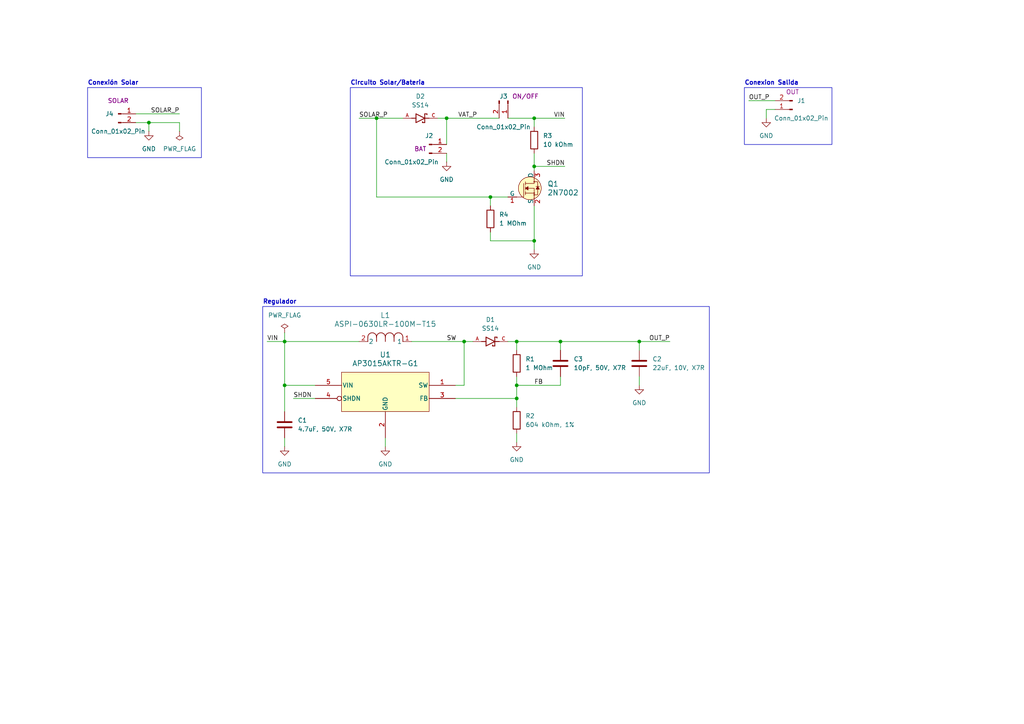
<source format=kicad_sch>
(kicad_sch (version 20250114) (generator "eeschema") (generator_version "9.0")
  (paper "A4")
  (title_block (title "Project 3 | Elektor's Solar Power Supply") (date "2025-05-19") (rev "1") (company "Ing. Andrés Chaparro"))
  (lib_symbols
    (symbol "AP3015AKTR-G1_1" (pin_names (offset 0.254))
      (property "Reference" "U" (at 20.32 7.874 0))
      (property "Value" "AP3015AKTR-G1" (at 20.574 5.334 0))
      (symbol "AP3015AKTR-G1_1_1_1"
        (rectangle (start 7.62 3.81) (end 33.02 -7.62) (fill (type color) (color 255 255 194 1)))
        (pin power_in line (at 0 0 0) (length 7.62) (name "VIN") (number "5"))
        (pin input inverted (at 0 -3.81 0) (length 7.62) (name "SHDN") (number "4"))
        (pin power_in line (at 20.32 -15.24 90) (length 7.62) (name "GND") (number "2"))
        (pin open_collector line (at 40.64 0 180) (length 7.62) (name "SW") (number "1"))
        (pin input line (at 40.64 -3.81 180) (length 7.62) (name "FB") (number "3"))
      )
    )
    (symbol "ASPI-0630LR-100M-T15_1" (pin_names (offset 0.254))
      (property "Reference" "L" (at 6.985 5.08 0))
      (property "Value" "ASPI-0630LR-100M-T15" (at 6.985 -2.54 0))
      (symbol "ASPI-0630LR-100M-T15_1_1_1"
        (polyline (pts (xy 2.54 0) (xy 2.54 1.27)) (stroke (width 0.2032)))
        (arc (start 2.54 1.27) (mid 3.81 2.5344) (end 5.08 1.27) (stroke (width 0.2032)))
        (polyline (pts (xy 5.08 0) (xy 5.08 1.27)) (stroke (width 0.2032)))
        (arc (start 5.08 1.27) (mid 6.35 2.5344) (end 7.62 1.27) (stroke (width 0.2032)))
        (polyline (pts (xy 7.62 0) (xy 7.62 1.27)) (stroke (width 0.2032)))
        (arc (start 7.62 1.27) (mid 8.89 2.5344) (end 10.16 1.27) (stroke (width 0.2032)))
        (polyline (pts (xy 10.16 0) (xy 10.16 1.27)) (stroke (width 0.2032)))
        (arc (start 10.16 1.27) (mid 11.43 2.5344) (end 12.7 1.27) (stroke (width 0.2032)))
        (polyline (pts (xy 12.7 0) (xy 12.7 1.27)) (stroke (width 0.2032)))
        (pin passive line (at 0 0 0) (length 2.54) (name "2") (number "2"))
        (pin passive line (at 15.24 0 180) (length 2.54) (name "1") (number "1"))
      )
      (symbol "ASPI-0630LR-100M-T15_1_1_2"
        (arc (start -1.27 10.16) (mid -2.5344 11.43) (end -1.27 12.7) (stroke (width 0.2032)))
        (arc (start -1.27 7.62) (mid -2.5344 8.89) (end -1.27 10.16) (stroke (width 0.2032)))
        (arc (start -1.27 5.08) (mid -2.5344 6.35) (end -1.27 7.62) (stroke (width 0.2032)))
        (arc (start -1.27 2.54) (mid -2.5344 3.81) (end -1.27 5.08) (stroke (width 0.2032)))
        (polyline (pts (xy 0 12.7) (xy -1.27 12.7)) (stroke (width 0.2032)))
        (polyline (pts (xy 0 10.16) (xy -1.27 10.16)) (stroke (width 0.2032)))
        (polyline (pts (xy 0 7.62) (xy -1.27 7.62)) (stroke (width 0.2032)))
        (polyline (pts (xy 0 5.08) (xy -1.27 5.08)) (stroke (width 0.2032)))
        (polyline (pts (xy 0 2.54) (xy -1.27 2.54)) (stroke (width 0.2032)))
        (pin unspecified line (at 0 15.24 270) (length 2.54) (name "1") (number "1"))
        (pin unspecified line (at 0 0 90) (length 2.54) (name "2") (number "2"))
      )
    )
    (symbol "Connector:Conn_01x02_Pin" (pin_names (offset 1.016) (hide yes))
      (property "Reference" "J" (at 0 2.54 0))
      (property "Value" "Conn_01x02_Pin" (at 0 -5.08 0))
      (symbol "Conn_01x02_Pin_1_1"
        (rectangle (start 0.8636 0.127) (end 0 -0.127) (stroke (width 0.1524)) (fill (type outline)))
        (rectangle (start 0.8636 -2.413) (end 0 -2.667) (stroke (width 0.1524)) (fill (type outline)))
        (polyline (pts (xy 1.27 0) (xy 0.8636 0)) (stroke (width 0.1524)))
        (polyline (pts (xy 1.27 -2.54) (xy 0.8636 -2.54)) (stroke (width 0.1524)))
        (pin passive line (at 5.08 0 180) (length 3.81) (name "Pin_1") (number "1"))
        (pin passive line (at 5.08 -2.54 180) (length 3.81) (name "Pin_2") (number "2"))
      )
    )
    (symbol "Device:C" (pin_numbers (hide yes)) (pin_names (offset 0.254))
      (property "Reference" "C" (at 0.635 2.54 0))
      (property "Value" "C" (at 0.635 -2.54 0))
      (symbol "C_0_1"
        (polyline (pts (xy -2.032 0.762) (xy 2.032 0.762)) (stroke (width 0.508)))
        (polyline (pts (xy -2.032 -0.762) (xy 2.032 -0.762)) (stroke (width 0.508)))
      )
      (symbol "C_1_1"
        (pin passive line (at 0 3.81 270) (length 2.794) (name "~") (number "1"))
        (pin passive line (at 0 -3.81 90) (length 2.794) (name "~") (number "2"))
      )
    )
    (symbol "Device:R" (pin_numbers (hide yes)) (pin_names (offset 0))
      (property "Reference" "R" (at 2.032 0 90))
      (property "Value" "R" (at 0 0 90))
      (symbol "R_0_1"
        (rectangle (start -1.016 -2.54) (end 1.016 2.54) (stroke (width 0.254)))
      )
      (symbol "R_1_1"
        (pin passive line (at 0 3.81 270) (length 1.27) (name "~") (number "1"))
        (pin passive line (at 0 -3.81 90) (length 1.27) (name "~") (number "2"))
      )
    )
    (symbol "SS14:SS14" (pin_names (offset 1.016))
      (property "Reference" "D" (at -5.08 2.54 0))
      (property "Value" "SS14" (at -5.08 -3.81 0))
      (symbol "SS14_0_0"
        (polyline (pts (xy -2.54 0) (xy -1.27 0)) (stroke (width 0.254)))
        (polyline (pts (xy -1.27 1.27) (xy -1.27 0)) (stroke (width 0.254)))
        (polyline (pts (xy -1.27 0) (xy -1.27 -1.27)) (stroke (width 0.254)))
        (polyline (pts (xy -1.27 -1.27) (xy 1.27 0)) (stroke (width 0.254)))
        (polyline (pts (xy 0.635 -1.016) (xy 0.635 -1.27)) (stroke (width 0.254)))
        (polyline (pts (xy 1.27 1.27) (xy 1.27 0)) (stroke (width 0.254)))
        (polyline (pts (xy 1.27 0) (xy -1.27 1.27)) (stroke (width 0.254)))
        (polyline (pts (xy 1.27 0) (xy 1.27 -1.27)) (stroke (width 0.254)))
        (polyline (pts (xy 1.27 -1.27) (xy 0.635 -1.27)) (stroke (width 0.254)))
        (polyline (pts (xy 1.905 1.27) (xy 1.27 1.27)) (stroke (width 0.254)))
        (polyline (pts (xy 1.905 1.27) (xy 1.905 1.016)) (stroke (width 0.254)))
        (polyline (pts (xy 2.54 0) (xy 1.27 0)) (stroke (width 0.254)))
        (pin passive line (at -5.08 0 0) (length 2.54) (name "~") (number "A"))
        (pin passive line (at 5.08 0 180) (length 2.54) (name "~") (number "C"))
      )
    )
    (symbol "dk_Transistors-FETs-MOSFETs-Single:2N7002" (pin_names (offset 0))
      (property "Reference" "Q" (at -2.6924 3.6322 0))
      (property "Value" "2N7002" (at 3.4544 0 90))
      (symbol "2N7002_0_1"
        (polyline (pts (xy -5.08 -2.54) (xy -3.048 -2.54) (xy -3.048 1.397)))
        (circle (center -1.27 0) (radius 3.302) (fill (type background)))
        (polyline (pts (xy -0.127 -1.905) (xy 1.016 -1.905) (xy 1.016 1.397) (xy 1.016 1.905) (xy -0.127 1.905)))
        (polyline (pts (xy 0 2.54) (xy 0 1.397) (xy -2.54 1.397)))
        (circle (center 0 1.905) (radius 0.127))
        (polyline (pts (xy 0 -1.397) (xy -2.54 -1.397)))
        (circle (center 0 -1.397) (radius 0.127))
        (circle (center 0 -1.905) (radius 0.127))
        (polyline (pts (xy 0 -2.54) (xy 0 0) (xy -2.54 0)))
      )
      (symbol "2N7002_1_1"
        (polyline (pts (xy -2.54 1.905) (xy -2.54 0.889)))
        (polyline (pts (xy -2.54 0) (xy -2.54 0.508)))
        (polyline (pts (xy -2.54 0) (xy -2.54 -0.508)))
        (polyline (pts (xy -2.54 0) (xy -1.778 0.508) (xy -1.778 -0.508) (xy -2.54 0)) (fill (type outline)))
        (polyline (pts (xy -2.54 -1.397) (xy -2.54 -0.889)))
        (polyline (pts (xy -2.54 -1.397) (xy -2.54 -1.905)))
        (polyline (pts (xy 1.016 0.508) (xy 0.508 -0.254) (xy 1.524 -0.254) (xy 1.016 0.508)) (fill (type outline)))
        (polyline (pts (xy 1.524 0.508) (xy 0.508 0.508)))
        (pin bidirectional line (at -7.62 -2.54 0) (length 2.54) (name "G") (number "1"))
        (pin bidirectional line (at 0 5.08 270) (length 2.54) (name "D") (number "3"))
        (pin bidirectional line (at 0 -5.08 90) (length 2.54) (name "S") (number "2"))
      )
    )
    (symbol "power:GND" (power) (pin_numbers (hide yes)) (pin_names (offset 0) (hide yes))
      (property "Value" "GND" (at 0 -3.81 0))
      (symbol "GND_0_1"
        (polyline (pts (xy 0 0) (xy 0 -1.27) (xy 1.27 -1.27) (xy 0 -2.54) (xy -1.27 -1.27) (xy 0 -1.27)))
      )
      (symbol "GND_1_1"
        (pin power_in line (at 0 0 270) (length 0) (name "~") (number "1"))
      )
    )
    (symbol "power:PWR_FLAG" (power) (pin_numbers (hide yes)) (pin_names (offset 0) (hide yes))
      (property "Value" "PWR_FLAG" (at 0 3.81 0))
      (symbol "PWR_FLAG_0_0"
        (pin power_out line (at 0 0 90) (length 0) (name "~") (number "1"))
      )
      (symbol "PWR_FLAG_0_1"
        (polyline (pts (xy 0 0) (xy 0 1.27) (xy -1.016 1.905) (xy 0 2.54) (xy 1.016 1.905) (xy 0 1.27)))
      )
    )
  )
  (rectangle (start 215.9 25.4) (end 241.3 41.91))
  (rectangle (start 25.4 25.4) (end 58.42 45.72))
  (rectangle (start 101.6 25.4) (end 168.91 80.01))
  (rectangle (start 76.2 88.9) (end 205.74 137.16))
  (text "Conexion Salida" (at 215.9 24.13 0) (effects (font (size 1.27 1.27) (thickness 0.254) (bold yes)) (justify left)))
  (text "Circuito Solar/Bateria" (at 101.6 24.13 0) (effects (font (size 1.27 1.27) (thickness 0.254) (bold yes)) (justify left)))
  (text "Conexión Solar" (at 25.4 24.13 0) (effects (font (size 1.27 1.27) (thickness 0.254) (bold yes)) (justify left)))
  (text "Regulador" (at 76.2 87.63 0) (effects (font (size 1.27 1.27) (thickness 0.254) (bold yes)) (justify left)))
  (junction (at 154.94 48.26))
  (junction (at 154.94 34.29))
  (junction (at 82.55 111.76))
  (junction (at 149.86 99.06))
  (junction (at 43.18 35.56))
  (junction (at 149.86 115.57))
  (junction (at 162.56 99.06))
  (junction (at 82.55 99.06))
  (junction (at 142.24 57.15))
  (junction (at 129.54 34.29))
  (junction (at 149.86 111.76))
  (junction (at 185.42 99.06))
  (junction (at 109.22 34.29))
  (junction (at 134.62 99.06))
  (junction (at 154.94 69.85))
  (wire (pts (xy 154.94 48.26) (xy 154.94 49.53)))
  (wire (pts (xy 149.86 109.22) (xy 149.86 111.76)))
  (wire (pts (xy 82.55 99.06) (xy 82.55 111.76)))
  (wire (pts (xy 154.94 44.45) (xy 154.94 48.26)))
  (wire (pts (xy 109.22 57.15) (xy 109.22 34.29)))
  (wire (pts (xy 162.56 109.22) (xy 162.56 111.76)))
  (wire (pts (xy 142.24 57.15) (xy 147.32 57.15)))
  (wire (pts (xy 39.37 35.56) (xy 43.18 35.56)))
  (wire (pts (xy 43.18 35.56) (xy 43.18 38.1)))
  (wire (pts (xy 185.42 99.06) (xy 162.56 99.06)))
  (wire (pts (xy 82.55 111.76) (xy 82.55 119.38)))
  (wire (pts (xy 43.18 35.56) (xy 52.07 35.56)))
  (wire (pts (xy 224.79 31.75) (xy 222.25 31.75)))
  (wire (pts (xy 185.42 99.06) (xy 185.42 101.6)))
  (wire (pts (xy 77.47 99.06) (xy 82.55 99.06)))
  (wire (pts (xy 134.62 111.76) (xy 134.62 99.06)))
  (wire (pts (xy 142.24 69.85) (xy 154.94 69.85)))
  (wire (pts (xy 147.32 34.29) (xy 154.94 34.29)))
  (wire (pts (xy 149.86 111.76) (xy 162.56 111.76)))
  (wire (pts (xy 149.86 115.57) (xy 149.86 118.11)))
  (wire (pts (xy 82.55 111.76) (xy 91.44 111.76)))
  (wire (pts (xy 119.38 99.06) (xy 134.62 99.06)))
  (wire (pts (xy 132.08 115.57) (xy 149.86 115.57)))
  (wire (pts (xy 127 34.29) (xy 129.54 34.29)))
  (wire (pts (xy 142.24 57.15) (xy 109.22 57.15)))
  (wire (pts (xy 149.86 125.73) (xy 149.86 128.27)))
  (wire (pts (xy 142.24 57.15) (xy 142.24 59.69)))
  (wire (pts (xy 162.56 99.06) (xy 162.56 101.6)))
  (wire (pts (xy 82.55 99.06) (xy 104.14 99.06)))
  (wire (pts (xy 154.94 59.69) (xy 154.94 69.85)))
  (wire (pts (xy 149.86 99.06) (xy 162.56 99.06)))
  (wire (pts (xy 52.07 35.56) (xy 52.07 38.1)))
  (wire (pts (xy 149.86 101.6) (xy 149.86 99.06)))
  (wire (pts (xy 142.24 67.31) (xy 142.24 69.85)))
  (wire (pts (xy 154.94 34.29) (xy 154.94 36.83)))
  (wire (pts (xy 149.86 111.76) (xy 149.86 115.57)))
  (wire (pts (xy 129.54 34.29) (xy 129.54 41.91)))
  (wire (pts (xy 82.55 96.52) (xy 82.55 99.06)))
  (wire (pts (xy 129.54 44.45) (xy 129.54 46.99)))
  (wire (pts (xy 185.42 109.22) (xy 185.42 111.76)))
  (wire (pts (xy 132.08 111.76) (xy 134.62 111.76)))
  (wire (pts (xy 163.83 48.26) (xy 154.94 48.26)))
  (wire (pts (xy 222.25 31.75) (xy 222.25 34.29)))
  (wire (pts (xy 154.94 69.85) (xy 154.94 72.39)))
  (wire (pts (xy 194.31 99.06) (xy 185.42 99.06)))
  (wire (pts (xy 39.37 33.02) (xy 52.07 33.02)))
  (wire (pts (xy 217.17 29.21) (xy 224.79 29.21)))
  (wire (pts (xy 104.14 34.29) (xy 109.22 34.29)))
  (wire (pts (xy 109.22 34.29) (xy 116.84 34.29)))
  (wire (pts (xy 82.55 127) (xy 82.55 129.54)))
  (wire (pts (xy 147.32 99.06) (xy 149.86 99.06)))
  (wire (pts (xy 134.62 99.06) (xy 137.16 99.06)))
  (wire (pts (xy 163.83 34.29) (xy 154.94 34.29)))
  (wire (pts (xy 129.54 34.29) (xy 144.78 34.29)))
  (wire (pts (xy 111.76 127) (xy 111.76 129.54)))
  (wire (pts (xy 85.09 115.57) (xy 91.44 115.57)))
  (label "SOLAR_P" (at 104.14 34.29 0))
  (label "SHDN" (at 85.09 115.57 0))
  (label "OUT_P" (at 194.31 99.06 180))
  (label "VAT_P" (at 138.43 34.29 180))
  (label "SHDN" (at 163.83 48.26 180))
  (label "OUT_P" (at 217.17 29.21 0))
  (label "FB" (at 154.94 111.76 0))
  (label "SOLAR_P" (at 52.07 33.02 180))
  (label "SW" (at 129.54 99.06 0))
  (label "VIN" (at 163.83 34.29 180))
  (label "VIN" (at 77.47 99.06 0))
  (symbol (lib_id "Device:R") (at 154.94 40.64 0) (unit 1)
    (property "Reference" "R3" (at 157.48 39.3699 0) (effects (justify left)))
    (property "Value" "10 kOhm" (at 157.48 41.9099 0) (effects (justify left)))
    (property "Footprint" "Resistor_SMD:R_0805_2012Metric" (effects (hide yes)))
    (property "Description" "Resistor" (effects (hide yes)))
  )
  (symbol (lib_id "power:PWR_FLAG") (at 52.07 38.1 180) (unit 1)
    (property "Reference" "#FLG01" (effects (hide yes)))
    (property "Value" "PWR_FLAG" (at 52.07 43.18 0))
    (property "Description" "Special symbol for telling ERC where power comes from" (effects (hide yes)))
  )
  (symbol (lib_id "Device:C") (at 82.55 123.19 0) (unit 1)
    (property "Reference" "C1" (at 86.36 121.9199 0) (effects (justify left)))
    (property "Value" "4.7uF, 50V, X7R" (at 86.36 124.4599 0) (effects (justify left)))
    (property "Footprint" "Capacitor_SMD:C_0805_2012Metric" (effects (hide yes)))
    (property "Description" "Unpolarized capacitor" (effects (hide yes)))
  )
  (symbol (lib_name "AP3015AKTR-G1_1") (lib_id "AP3015AKTR-G1:AP3015AKTR-G1") (at 91.44 111.76 0) (unit 1)
    (property "Reference" "U1" (at 111.76 102.87 0) (effects (font (size 1.524 1.524))))
    (property "Value" "AP3015AKTR-G1" (at 111.76 105.41 0) (effects (font (size 1.524 1.524))))
    (property "Footprint" "AP3015AKTR-G1:SOT23-5_1P55X2P9_DIO" (effects (hide yes)))
    (property "Datasheet" "AP3015AKTR-G1" (effects (hide yes)))
  )
  (symbol (lib_id "power:GND") (at 129.54 46.99 0) (unit 1)
    (property "Reference" "#PWR04" (effects (hide yes)))
    (property "Value" "GND" (at 129.54 52.07 0))
    (property "Description" "Power symbol creates a global label with name \"GND\" , ground" (effects (hide yes)))
  )
  (symbol (lib_id "power:PWR_FLAG") (at 82.55 96.52 0) (unit 1)
    (property "Reference" "#FLG02" (effects (hide yes)))
    (property "Value" "PWR_FLAG" (at 82.55 91.44 0))
    (property "Description" "Special symbol for telling ERC where power comes from" (effects (hide yes)))
  )
  (symbol (lib_id "Device:C") (at 185.42 105.41 0) (unit 1)
    (property "Reference" "C2" (at 189.23 104.1399 0) (effects (justify left)))
    (property "Value" "22uF, 10V, X7R" (at 189.23 106.6799 0) (effects (justify left)))
    (property "Footprint" "Capacitor_SMD:C_1206_3216Metric" (effects (hide yes)))
    (property "Description" "Unpolarized capacitor" (effects (hide yes)))
  )
  (symbol (lib_id "dk_Transistors-FETs-MOSFETs-Single:2N7002") (at 154.94 54.61 0) (unit 1)
    (property "Reference" "Q1" (at 158.75 53.3399 0) (effects (font (size 1.524 1.524)) (justify left)))
    (property "Value" "2N7002" (at 158.75 55.8799 0) (effects (font (size 1.524 1.524)) (justify left)))
    (property "Footprint" "digikey-footprints:SOT-23-3" (effects (hide yes)))
    (property "Datasheet" "https://www.onsemi.com/pub/Collateral/NDS7002A-D.PDF" (effects (hide yes)))
    (property "Description" "MOSFET N-CH 60V 115MA SOT-23" (effects (hide yes)))
    (property "Digi-Key_PN" "2N7002NCT-ND" (effects (hide yes)))
    (property "MPN" "2N7002" (effects (hide yes)))
    (property "Category" "Discrete Semiconductor Products" (effects (hide yes)))
    (property "Family" "Transistors - FETs, MOSFETs - Single" (effects (hide yes)))
    (property "DK_Datasheet_Link" "https://www.onsemi.com/pub/Collateral/NDS7002A-D.PDF" (effects (hide yes)))
    (property "DK_Detail_Page" "/product-detail/en/on-semiconductor/2N7002/2N7002NCT-ND/244664" (effects (hide yes)))
    (property "Description_1" "MOSFET N-CH 60V 115MA SOT-23" (effects (hide yes)))
    (property "Manufacturer" "ON Semiconductor" (effects (hide yes)))
    (property "Status" "Active" (effects (hide yes)))
  )
  (symbol (lib_id "power:GND") (at 185.42 111.76 0) (unit 1)
    (property "Reference" "#PWR07" (effects (hide yes)))
    (property "Value" "GND" (at 185.42 116.84 0))
    (property "Description" "Power symbol creates a global label with name \"GND\" , ground" (effects (hide yes)))
  )
  (symbol (lib_id "Device:R") (at 149.86 121.92 0) (unit 1)
    (property "Reference" "R2" (at 152.4 120.6499 0) (effects (justify left)))
    (property "Value" "604 kOhm, 1%" (at 152.4 123.1899 0) (effects (justify left)))
    (property "Footprint" "Resistor_SMD:R_0805_2012Metric" (effects (hide yes)))
    (property "Description" "Resistor" (effects (hide yes)))
  )
  (symbol (lib_id "Device:R") (at 149.86 105.41 0) (unit 1)
    (property "Reference" "R1" (at 152.4 104.1399 0) (effects (justify left)))
    (property "Value" "1 MOhm" (at 152.4 106.6799 0) (effects (justify left)))
    (property "Footprint" "Resistor_SMD:R_0805_2012Metric" (effects (hide yes)))
    (property "Description" "Resistor" (effects (hide yes)))
  )
  (symbol (lib_name "ASPI-0630LR-100M-T15_1") (lib_id "IND_ASPI-0630LR_ABR:ASPI-0630LR-100M-T15") (at 104.14 99.06 0) (unit 1)
    (property "Reference" "L1" (at 111.76 91.44 0) (effects (font (size 1.524 1.524))))
    (property "Value" "ASPI-0630LR-100M-T15" (at 111.76 93.98 0) (effects (font (size 1.524 1.524))))
    (property "Footprint" "ASPI-0630LR-100M-T15:IND_ASPI-0630LR_ABR" (effects (hide yes)))
    (property "Datasheet" "ASPI-0630LR-100M-T15" (effects (hide yes)))
  )
  (symbol (lib_id "power:GND") (at 149.86 128.27 0) (unit 1)
    (property "Reference" "#PWR05" (effects (hide yes)))
    (property "Value" "GND" (at 149.86 133.35 0))
    (property "Description" "Power symbol creates a global label with name \"GND\" , ground" (effects (hide yes)))
  )
  (symbol (lib_id "Connector:Conn_01x02_Pin") (at 229.87 31.75 180) (unit 1)
    (property "Reference" "J1" (at 232.41 29.21 0))
    (property "Value" "Conn_01x02_Pin" (at 232.41 34.29 0))
    (property "Footprint" "Connector_PinHeader_2.54mm:PinHeader_1x02_P2.54mm_Horizontal" (effects (hide yes)))
    (property "Description" "Generic connector, single row, 01x02, script generated" (effects (hide yes)))
    (property "Short Description" "OUT" (at 229.87 26.67 0))
  )
  (symbol (lib_id "Connector:Conn_01x02_Pin") (at 34.29 33.02 0) (unit 1)
    (property "Reference" "J4" (at 31.75 33.02 0))
    (property "Value" "Conn_01x02_Pin" (at 34.29 38.1 0))
    (property "Footprint" "Connector_PinHeader_2.54mm:PinHeader_1x02_P2.54mm_Horizontal" (effects (hide yes)))
    (property "Description" "Generic connector, single row, 01x02, script generated" (effects (hide yes)))
    (property "Short Description" "SOLAR" (at 34.29 29.21 0))
  )
  (symbol (lib_id "power:GND") (at 154.94 72.39 0) (unit 1)
    (property "Reference" "#PWR06" (effects (hide yes)))
    (property "Value" "GND" (at 154.94 77.47 0))
    (property "Description" "Power symbol creates a global label with name \"GND\" , ground" (effects (hide yes)))
  )
  (symbol (lib_id "power:GND") (at 222.25 34.29 0) (unit 1)
    (property "Reference" "#PWR08" (effects (hide yes)))
    (property "Value" "GND" (at 222.25 39.37 0))
    (property "Description" "Power symbol creates a global label with name \"GND\" , ground" (effects (hide yes)))
  )
  (symbol (lib_id "power:GND") (at 82.55 129.54 0) (unit 1)
    (property "Reference" "#PWR02" (effects (hide yes)))
    (property "Value" "GND" (at 82.55 134.62 0))
    (property "Description" "Power symbol creates a global label with name \"GND\" , ground" (effects (hide yes)))
  )
  (symbol (lib_id "Connector:Conn_01x02_Pin") (at 124.46 41.91 0) (unit 1)
    (property "Reference" "J2" (at 124.46 39.37 0))
    (property "Value" "Conn_01x02_Pin" (at 119.38 46.99 0))
    (property "Footprint" "Connector_PinHeader_2.54mm:PinHeader_1x02_P2.54mm_Horizontal" (effects (hide yes)))
    (property "Description" "Generic connector, single row, 01x02, script generated" (effects (hide yes)))
    (property "Short Description" "BAT" (at 121.92 43.18 0))
  )
  (symbol (lib_id "SS14:SS14") (at 142.24 99.06 0) (unit 1)
    (property "Reference" "D1" (at 142.24 92.71 0))
    (property "Value" "SS14" (at 142.24 95.25 0))
    (property "Footprint" "SS14:DIOM4325X250N" (effects (hide yes)))
    (property "MF" "Taiwan Semiconductor" (effects (hide yes)))
    (property "MAXIMUM_PACKAGE_HEIGHT" "2.5 mm" (effects (hide yes)))
    (property "Package" "SMA-2 Taiwan Semiconductor" (effects (hide yes)))
    (property "Price" "None" (effects (hide yes)))
    (property "Check_prices" "https://www.snapeda.com/parts/SS14/taiwan/view-part/?ref=eda" (effects (hide yes)))
    (property "STANDARD" "IPC-7351B" (effects (hide yes)))
    (property "PARTREV" "O2102" (effects (hide yes)))
    (property "SnapEDA_Link" "https://www.snapeda.com/parts/SS14/taiwan/view-part/?ref=snap" (effects (hide yes)))
    (property "MP" "SS14" (effects (hide yes)))
    (property "Description_1" "1A, 40V, Schottky Rectifier" (effects (hide yes)))
    (property "Availability" "In Stock" (effects (hide yes)))
    (property "MANUFACTURER" "Taiwan Semiconductor" (effects (hide yes)))
  )
  (symbol (lib_id "Connector:Conn_01x02_Pin") (at 147.32 29.21 270) (unit 1)
    (property "Reference" "J3" (at 146.05 27.94 90))
    (property "Value" "Conn_01x02_Pin" (at 146.05 36.83 90))
    (property "Footprint" "Button_Switch_THT:SW_DIP_SPSTx01_Slide_9.78x4.72mm_W7.62mm_P2.54mm" (effects (hide yes)))
    (property "Description" "Generic connector, single row, 01x02, script generated" (effects (hide yes)))
    (property "Short Description" "ON/OFF" (at 152.4 27.94 90))
  )
  (symbol (lib_id "power:GND") (at 111.76 129.54 0) (unit 1)
    (property "Reference" "#PWR03" (effects (hide yes)))
    (property "Value" "GND" (at 111.76 134.62 0))
    (property "Description" "Power symbol creates a global label with name \"GND\" , ground" (effects (hide yes)))
  )
  (symbol (lib_id "Device:C") (at 162.56 105.41 0) (unit 1)
    (property "Reference" "C3" (at 166.37 104.1399 0) (effects (justify left)))
    (property "Value" "10pF, 50V, X7R" (at 166.37 106.6799 0) (effects (justify left)))
    (property "Footprint" "Capacitor_SMD:C_0805_2012Metric" (effects (hide yes)))
    (property "Description" "Unpolarized capacitor" (effects (hide yes)))
  )
  (symbol (lib_id "Device:R") (at 142.24 63.5 0) (unit 1)
    (property "Reference" "R4" (at 144.78 62.2299 0) (effects (justify left)))
    (property "Value" "1 MOhm" (at 144.78 64.7699 0) (effects (justify left)))
    (property "Footprint" "Resistor_SMD:R_0805_2012Metric" (effects (hide yes)))
    (property "Description" "Resistor" (effects (hide yes)))
  )
  (symbol (lib_id "power:GND") (at 43.18 38.1 0) (unit 1)
    (property "Reference" "#PWR01" (effects (hide yes)))
    (property "Value" "GND" (at 43.18 43.18 0))
    (property "Description" "Power symbol creates a global label with name \"GND\" , ground" (effects (hide yes)))
  )
  (symbol (lib_id "SS14:SS14") (at 121.92 34.29 0) (unit 1)
    (property "Reference" "D2" (at 121.92 27.94 0))
    (property "Value" "SS14" (at 121.92 30.48 0))
    (property "Footprint" "SS14:DIOM4325X250N" (effects (hide yes)))
    (property "MF" "Taiwan Semiconductor" (effects (hide yes)))
    (property "MAXIMUM_PACKAGE_HEIGHT" "2.5 mm" (effects (hide yes)))
    (property "Package" "SMA-2 Taiwan Semiconductor" (effects (hide yes)))
    (property "Price" "None" (effects (hide yes)))
    (property "Check_prices" "https://www.snapeda.com/parts/SS14/taiwan/view-part/?ref=eda" (effects (hide yes)))
    (property "STANDARD" "IPC-7351B" (effects (hide yes)))
    (property "PARTREV" "O2102" (effects (hide yes)))
    (property "SnapEDA_Link" "https://www.snapeda.com/parts/SS14/taiwan/view-part/?ref=snap" (effects (hide yes)))
    (property "MP" "SS14" (effects (hide yes)))
    (property "Description_1" "1A, 40V, Schottky Rectifier" (effects (hide yes)))
    (property "Availability" "In Stock" (effects (hide yes)))
    (property "MANUFACTURER" "Taiwan Semiconductor" (effects (hide yes)))
  )
)
</source>
